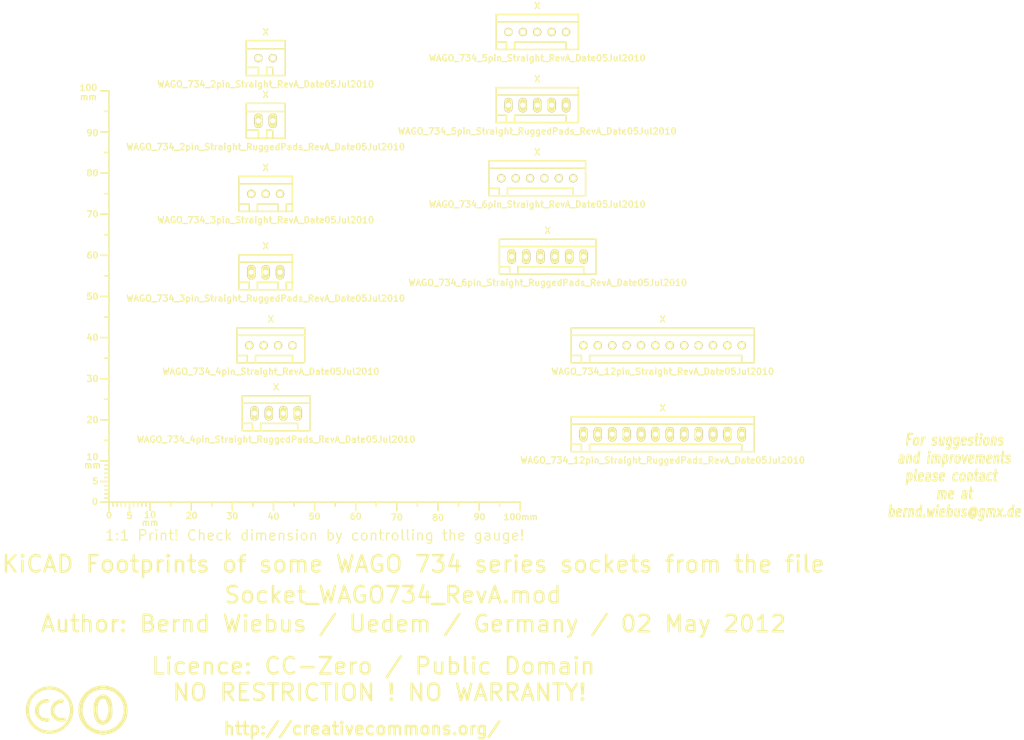
<source format=kicad_pcb>
(kicad_pcb (version 3) (host pcbnew "(2013-03-30 BZR 4007)-stable")

  (general
    (links 0)
    (no_connects 0)
    (area -7.90696 -31.671484 224.349733 198.1694)
    (thickness 1.6002)
    (drawings 7)
    (tracks 0)
    (zones 0)
    (modules 15)
    (nets 1)
  )

  (page A4)
  (layers
    (15 Vorderseite signal)
    (0 Rückseite signal)
    (16 B.Adhes user)
    (17 F.Adhes user)
    (18 B.Paste user)
    (19 F.Paste user)
    (20 B.SilkS user)
    (21 F.SilkS user)
    (22 B.Mask user)
    (23 F.Mask user)
    (24 Dwgs.User user)
    (25 Cmts.User user)
    (26 Eco1.User user)
    (27 Eco2.User user)
    (28 Edge.Cuts user)
  )

  (setup
    (last_trace_width 0.2032)
    (trace_clearance 0.254)
    (zone_clearance 0.508)
    (zone_45_only no)
    (trace_min 0.2032)
    (segment_width 0.381)
    (edge_width 0.381)
    (via_size 0.889)
    (via_drill 0.635)
    (via_min_size 0.889)
    (via_min_drill 0.508)
    (uvia_size 0.508)
    (uvia_drill 0.127)
    (uvias_allowed no)
    (uvia_min_size 0.508)
    (uvia_min_drill 0.127)
    (pcb_text_width 0.3048)
    (pcb_text_size 1.524 2.032)
    (mod_edge_width 0.381)
    (mod_text_size 1.524 1.524)
    (mod_text_width 0.3048)
    (pad_size 1.524 1.524)
    (pad_drill 0.8128)
    (pad_to_mask_clearance 0.254)
    (aux_axis_origin 0 0)
    (visible_elements 7FFFFFFF)
    (pcbplotparams
      (layerselection 3178497)
      (usegerberextensions true)
      (excludeedgelayer true)
      (linewidth 60)
      (plotframeref false)
      (viasonmask false)
      (mode 1)
      (useauxorigin false)
      (hpglpennumber 1)
      (hpglpenspeed 20)
      (hpglpendiameter 15)
      (hpglpenoverlay 0)
      (psnegative false)
      (psa4output false)
      (plotreference true)
      (plotvalue true)
      (plotothertext true)
      (plotinvisibletext false)
      (padsonsilk false)
      (subtractmaskfromsilk false)
      (outputformat 1)
      (mirror false)
      (drillshape 1)
      (scaleselection 1)
      (outputdirectory ""))
  )

  (net 0 "")

  (net_class Default "Dies ist die voreingestellte Netzklasse."
    (clearance 0.254)
    (trace_width 0.2032)
    (via_dia 0.889)
    (via_drill 0.635)
    (uvia_dia 0.508)
    (uvia_drill 0.127)
    (add_net "")
  )

  (module Gauge_100mm_Type2_SilkScreenTop_RevA_Date22Jun2010 (layer Vorderseite) (tedit 4D963937) (tstamp 4D88F07A)
    (at 44.45 138.43)
    (descr "Gauge, Massstab, 100mm, SilkScreenTop, Type 2,")
    (tags "Gauge, Massstab, 100mm, SilkScreenTop, Type 2,")
    (path Gauge_100mm_Type2_SilkScreenTop_RevA_Date22Jun2010)
    (fp_text reference MSC (at 4.0005 8.99922) (layer F.SilkS) hide
      (effects (font (size 1.524 1.524) (thickness 0.3048)))
    )
    (fp_text value Gauge_100mm_Type2_SilkScreenTop_RevA_Date22Jun2010 (at 45.9994 8.99922) (layer F.SilkS) hide
      (effects (font (size 1.524 1.524) (thickness 0.3048)))
    )
    (fp_text user mm (at 9.99998 5.00126) (layer F.SilkS)
      (effects (font (size 1.524 1.524) (thickness 0.3048)))
    )
    (fp_text user mm (at -4.0005 -8.99922) (layer F.SilkS)
      (effects (font (size 1.524 1.524) (thickness 0.3048)))
    )
    (fp_text user mm (at -5.00126 -98.5012) (layer F.SilkS)
      (effects (font (size 1.524 1.524) (thickness 0.3048)))
    )
    (fp_text user 10 (at 10.00506 3.0988) (layer F.SilkS)
      (effects (font (size 1.50114 1.50114) (thickness 0.29972)))
    )
    (fp_text user 0 (at 0.00508 3.19786) (layer F.SilkS)
      (effects (font (size 1.39954 1.50114) (thickness 0.29972)))
    )
    (fp_text user 5 (at 5.0038 3.29946) (layer F.SilkS)
      (effects (font (size 1.50114 1.50114) (thickness 0.29972)))
    )
    (fp_text user 20 (at 20.1041 3.29946) (layer F.SilkS)
      (effects (font (size 1.50114 1.50114) (thickness 0.29972)))
    )
    (fp_text user 30 (at 30.00502 3.39852) (layer F.SilkS)
      (effects (font (size 1.50114 1.50114) (thickness 0.29972)))
    )
    (fp_text user 40 (at 40.005 3.50012) (layer F.SilkS)
      (effects (font (size 1.50114 1.50114) (thickness 0.29972)))
    )
    (fp_text user 50 (at 50.00498 3.50012) (layer F.SilkS)
      (effects (font (size 1.50114 1.50114) (thickness 0.29972)))
    )
    (fp_text user 60 (at 60.00496 3.50012) (layer F.SilkS)
      (effects (font (size 1.50114 1.50114) (thickness 0.29972)))
    )
    (fp_text user 70 (at 70.00494 3.70078) (layer F.SilkS)
      (effects (font (size 1.50114 1.50114) (thickness 0.29972)))
    )
    (fp_text user 80 (at 80.00492 3.79984) (layer F.SilkS)
      (effects (font (size 1.50114 1.50114) (thickness 0.29972)))
    )
    (fp_text user 90 (at 90.1065 3.60172) (layer F.SilkS)
      (effects (font (size 1.50114 1.50114) (thickness 0.29972)))
    )
    (fp_text user 100mm (at 100.10648 3.60172) (layer F.SilkS)
      (effects (font (size 1.50114 1.50114) (thickness 0.29972)))
    )
    (fp_line (start 0 -8.99922) (end -1.00076 -8.99922) (layer F.SilkS) (width 0.381))
    (fp_line (start 0 -8.001) (end -1.00076 -8.001) (layer F.SilkS) (width 0.381))
    (fp_line (start 0 -7.00024) (end -1.00076 -7.00024) (layer F.SilkS) (width 0.381))
    (fp_line (start 0 -5.99948) (end -1.00076 -5.99948) (layer F.SilkS) (width 0.381))
    (fp_line (start 0 -4.0005) (end -1.00076 -4.0005) (layer F.SilkS) (width 0.381))
    (fp_line (start 0 -2.99974) (end -1.00076 -2.99974) (layer F.SilkS) (width 0.381))
    (fp_line (start 0 -1.99898) (end -1.00076 -1.99898) (layer F.SilkS) (width 0.381))
    (fp_line (start 0 -1.00076) (end -1.00076 -1.00076) (layer F.SilkS) (width 0.381))
    (fp_line (start 0 0) (end -1.99898 0) (layer F.SilkS) (width 0.381))
    (fp_line (start 0 -5.00126) (end -1.99898 -5.00126) (layer F.SilkS) (width 0.381))
    (fp_line (start 0 -9.99998) (end -1.99898 -9.99998) (layer F.SilkS) (width 0.381))
    (fp_line (start 0 -15.00124) (end -1.00076 -15.00124) (layer F.SilkS) (width 0.381))
    (fp_line (start 0 -19.99996) (end -1.99898 -19.99996) (layer F.SilkS) (width 0.381))
    (fp_line (start 0 -25.00122) (end -1.00076 -25.00122) (layer F.SilkS) (width 0.381))
    (fp_line (start 0 -29.99994) (end -1.99898 -29.99994) (layer F.SilkS) (width 0.381))
    (fp_line (start 0 -35.0012) (end -1.00076 -35.0012) (layer F.SilkS) (width 0.381))
    (fp_line (start 0 -39.99992) (end -1.99898 -39.99992) (layer F.SilkS) (width 0.381))
    (fp_line (start 0 -45.00118) (end -1.00076 -45.00118) (layer F.SilkS) (width 0.381))
    (fp_line (start 0 -49.9999) (end -1.99898 -49.9999) (layer F.SilkS) (width 0.381))
    (fp_line (start 0 -55.00116) (end -1.00076 -55.00116) (layer F.SilkS) (width 0.381))
    (fp_line (start 0 -59.99988) (end -1.99898 -59.99988) (layer F.SilkS) (width 0.381))
    (fp_line (start 0 -65.00114) (end -1.00076 -65.00114) (layer F.SilkS) (width 0.381))
    (fp_line (start 0 -69.99986) (end -1.99898 -69.99986) (layer F.SilkS) (width 0.381))
    (fp_line (start 0 -75.00112) (end -1.00076 -75.00112) (layer F.SilkS) (width 0.381))
    (fp_line (start 0 -79.99984) (end -1.99898 -79.99984) (layer F.SilkS) (width 0.381))
    (fp_line (start 0 -85.0011) (end -1.00076 -85.0011) (layer F.SilkS) (width 0.381))
    (fp_line (start 0 -89.99982) (end -1.99898 -89.99982) (layer F.SilkS) (width 0.381))
    (fp_line (start 0 -95.00108) (end -1.00076 -95.00108) (layer F.SilkS) (width 0.381))
    (fp_line (start 0 0) (end 0 -99.9998) (layer F.SilkS) (width 0.381))
    (fp_line (start 0 -99.9998) (end -1.99898 -99.9998) (layer F.SilkS) (width 0.381))
    (fp_text user 100 (at -4.99872 -100.7491) (layer F.SilkS)
      (effects (font (size 1.50114 1.50114) (thickness 0.29972)))
    )
    (fp_text user 90 (at -4.0005 -89.7509) (layer F.SilkS)
      (effects (font (size 1.50114 1.50114) (thickness 0.29972)))
    )
    (fp_text user 80 (at -4.0005 -79.99984) (layer F.SilkS)
      (effects (font (size 1.50114 1.50114) (thickness 0.29972)))
    )
    (fp_text user 70 (at -4.0005 -69.99986) (layer F.SilkS)
      (effects (font (size 1.50114 1.50114) (thickness 0.29972)))
    )
    (fp_text user 60 (at -4.0005 -59.99988) (layer F.SilkS)
      (effects (font (size 1.50114 1.50114) (thickness 0.29972)))
    )
    (fp_text user 50 (at -4.0005 -49.9999) (layer F.SilkS)
      (effects (font (size 1.50114 1.50114) (thickness 0.34036)))
    )
    (fp_text user 40 (at -4.0005 -39.99992) (layer F.SilkS)
      (effects (font (size 1.50114 1.50114) (thickness 0.29972)))
    )
    (fp_text user 30 (at -4.0005 -29.99994) (layer F.SilkS)
      (effects (font (size 1.50114 1.50114) (thickness 0.29972)))
    )
    (fp_text user 20 (at -4.0005 -19.99996) (layer F.SilkS)
      (effects (font (size 1.50114 1.50114) (thickness 0.29972)))
    )
    (fp_line (start 95.00108 0) (end 95.00108 1.00076) (layer F.SilkS) (width 0.381))
    (fp_line (start 89.99982 0) (end 89.99982 1.99898) (layer F.SilkS) (width 0.381))
    (fp_line (start 85.0011 0) (end 85.0011 1.00076) (layer F.SilkS) (width 0.381))
    (fp_line (start 79.99984 0) (end 79.99984 1.99898) (layer F.SilkS) (width 0.381))
    (fp_line (start 75.00112 0) (end 75.00112 1.00076) (layer F.SilkS) (width 0.381))
    (fp_line (start 69.99986 0) (end 69.99986 1.99898) (layer F.SilkS) (width 0.381))
    (fp_line (start 65.00114 0) (end 65.00114 1.00076) (layer F.SilkS) (width 0.381))
    (fp_line (start 59.99988 0) (end 59.99988 1.99898) (layer F.SilkS) (width 0.381))
    (fp_line (start 55.00116 0) (end 55.00116 1.00076) (layer F.SilkS) (width 0.381))
    (fp_line (start 49.9999 0) (end 49.9999 1.99898) (layer F.SilkS) (width 0.381))
    (fp_line (start 45.00118 0) (end 45.00118 1.00076) (layer F.SilkS) (width 0.381))
    (fp_line (start 39.99992 0) (end 39.99992 1.99898) (layer F.SilkS) (width 0.381))
    (fp_line (start 35.0012 0) (end 35.0012 1.00076) (layer F.SilkS) (width 0.381))
    (fp_line (start 29.99994 0) (end 29.99994 1.99898) (layer F.SilkS) (width 0.381))
    (fp_line (start 25.00122 0) (end 25.00122 1.00076) (layer F.SilkS) (width 0.381))
    (fp_line (start 19.99996 0) (end 19.99996 1.99898) (layer F.SilkS) (width 0.381))
    (fp_line (start 15.00124 0) (end 15.00124 1.00076) (layer F.SilkS) (width 0.381))
    (fp_line (start 9.99998 0) (end 99.9998 0) (layer F.SilkS) (width 0.381))
    (fp_line (start 99.9998 0) (end 99.9998 1.99898) (layer F.SilkS) (width 0.381))
    (fp_text user 5 (at -3.302 -5.10286) (layer F.SilkS)
      (effects (font (size 1.50114 1.50114) (thickness 0.29972)))
    )
    (fp_text user 0 (at -3.4036 -0.10414) (layer F.SilkS)
      (effects (font (size 1.50114 1.50114) (thickness 0.29972)))
    )
    (fp_text user 10 (at -4.0005 -11.00074) (layer F.SilkS)
      (effects (font (size 1.50114 1.50114) (thickness 0.29972)))
    )
    (fp_line (start 8.99922 0) (end 8.99922 1.00076) (layer F.SilkS) (width 0.381))
    (fp_line (start 8.001 0) (end 8.001 1.00076) (layer F.SilkS) (width 0.381))
    (fp_line (start 7.00024 0) (end 7.00024 1.00076) (layer F.SilkS) (width 0.381))
    (fp_line (start 5.99948 0) (end 5.99948 1.00076) (layer F.SilkS) (width 0.381))
    (fp_line (start 4.0005 0) (end 4.0005 1.00076) (layer F.SilkS) (width 0.381))
    (fp_line (start 2.99974 0) (end 2.99974 1.00076) (layer F.SilkS) (width 0.381))
    (fp_line (start 1.99898 0) (end 1.99898 1.00076) (layer F.SilkS) (width 0.381))
    (fp_line (start 1.00076 0) (end 1.00076 1.00076) (layer F.SilkS) (width 0.381))
    (fp_line (start 5.00126 0) (end 5.00126 1.99898) (layer F.SilkS) (width 0.381))
    (fp_line (start 0 0) (end 0 1.99898) (layer F.SilkS) (width 0.381))
    (fp_line (start 0 0) (end 9.99998 0) (layer F.SilkS) (width 0.381))
    (fp_line (start 9.99998 0) (end 9.99998 1.99898) (layer F.SilkS) (width 0.381))
  )

  (module WAGO_734_2pin_Straight_RevA_Date05Jul2010 (layer Vorderseite) (tedit 4C31E621) (tstamp 4FA175C4)
    (at 82.55 30.48)
    (descr "WAGO, Serie 734, Socket, Stiftleiste, 2 polig, 2 pin, straight, gerade, Date 05Jul2010,")
    (tags "WAGO, Serie 734, Socket, Stiftleiste, 2 polig, 2 pin, straight, gerade, Date 05Jul2010,")
    (path WAGO_734_2pin_Straight_RevA_Date05Jul2010)
    (fp_text reference X (at 0 -6.35) (layer F.SilkS)
      (effects (font (size 1.524 1.524) (thickness 0.3048)))
    )
    (fp_text value WAGO_734_2pin_Straight_RevA_Date05Jul2010 (at 0 6.35) (layer F.SilkS)
      (effects (font (size 1.524 1.524) (thickness 0.3048)))
    )
    (fp_line (start -4.7498 -2.25044) (end 4.7498 -2.25044) (layer F.SilkS) (width 0.381))
    (fp_line (start 0.24892 4.24942) (end 0.24892 2.25044) (layer F.SilkS) (width 0.381))
    (fp_line (start 0.24892 2.25044) (end 1.75006 2.25044) (layer F.SilkS) (width 0.381))
    (fp_line (start 1.75006 2.25044) (end 1.75006 4.24942) (layer F.SilkS) (width 0.381))
    (fp_line (start -4.7498 2.25044) (end -1.75006 2.25044) (layer F.SilkS) (width 0.381))
    (fp_line (start -1.75006 2.25044) (end -1.75006 4.20116) (layer F.SilkS) (width 0.381))
    (fp_line (start 4.7498 4.24942) (end 4.7498 -4.24942) (layer F.SilkS) (width 0.381))
    (fp_line (start 4.7498 -4.24942) (end -4.7498 -4.24942) (layer F.SilkS) (width 0.381))
    (fp_line (start -4.7498 -4.24942) (end -4.7498 4.24942) (layer F.SilkS) (width 0.381))
    (fp_line (start -4.7498 4.24942) (end 4.7498 4.24942) (layer F.SilkS) (width 0.381))
    (pad 2 thru_hole circle (at 1.75006 0) (size 1.99898 1.99898) (drill 1.19888)
      (layers *.Cu *.Mask F.SilkS)
    )
    (pad 1 thru_hole circle (at -1.75006 0) (size 1.99898 1.99898) (drill 1.19888)
      (layers *.Cu *.Mask F.SilkS)
    )
  )

  (module WAGO_734_2pin_Straight_RuggedPads_RevA_Date05Jul2010 (layer Vorderseite) (tedit 4C31E668) (tstamp 4FA175CB)
    (at 82.55 45.72)
    (descr "WAGO, Serie 734, Socket, Stiftleiste, 2 polig, 2 pin, rugged Pads, straight, gerade, Date 05Jul2010,")
    (tags "WAGO, Serie 734, Socket, Stiftleiste, 2 polig, 2 pin, rugged Pads, straight, gerade, Date 05Jul2010,")
    (path WAGO_734_2pin_Straight_RuggedPads_RevA_Date05Jul2010)
    (fp_text reference X (at 0 -6.35) (layer F.SilkS)
      (effects (font (size 1.524 1.524) (thickness 0.3048)))
    )
    (fp_text value WAGO_734_2pin_Straight_RuggedPads_RevA_Date05Jul2010 (at 0 6.35) (layer F.SilkS)
      (effects (font (size 1.524 1.524) (thickness 0.3048)))
    )
    (fp_line (start -4.7498 -2.25044) (end 4.7498 -2.25044) (layer F.SilkS) (width 0.381))
    (fp_line (start 0.24892 4.24942) (end 0.24892 2.25044) (layer F.SilkS) (width 0.381))
    (fp_line (start 0.24892 2.25044) (end 1.75006 2.25044) (layer F.SilkS) (width 0.381))
    (fp_line (start 1.75006 2.25044) (end 1.75006 4.24942) (layer F.SilkS) (width 0.381))
    (fp_line (start -4.7498 2.25044) (end -1.75006 2.25044) (layer F.SilkS) (width 0.381))
    (fp_line (start -1.75006 2.25044) (end -1.75006 4.20116) (layer F.SilkS) (width 0.381))
    (fp_line (start 4.7498 4.24942) (end 4.7498 -4.24942) (layer F.SilkS) (width 0.381))
    (fp_line (start 4.7498 -4.24942) (end -4.7498 -4.24942) (layer F.SilkS) (width 0.381))
    (fp_line (start -4.7498 -4.24942) (end -4.7498 4.24942) (layer F.SilkS) (width 0.381))
    (fp_line (start -4.7498 4.24942) (end 4.7498 4.24942) (layer F.SilkS) (width 0.381))
    (pad 2 thru_hole oval (at 1.75006 0) (size 1.99898 3.50012) (drill 1.19888)
      (layers *.Cu *.Mask F.SilkS)
    )
    (pad 1 thru_hole oval (at -1.75006 0) (size 1.99898 3.50012) (drill 1.19888)
      (layers *.Cu *.Mask F.SilkS)
    )
  )

  (module WAGO_734_3pin_Straight_RevA_Date05Jul2010 (layer Vorderseite) (tedit 4C31ED2A) (tstamp 4FA175D4)
    (at 82.55 63.5)
    (descr "WAGO, Serie 734, Socket, Stiftleiste, 3 polig, 3 pin, straight, gerade, Date 05Jul2010,")
    (tags "WAGO, Serie 734, Socket, Stiftleiste, 3 polig, 3 pin, straight, gerade, Date 05Jul2010,")
    (path WAGO_734_3pin_Straight_RevA_Date05Jul2010)
    (fp_text reference X (at 0 -6.35) (layer F.SilkS)
      (effects (font (size 1.524 1.524) (thickness 0.3048)))
    )
    (fp_text value WAGO_734_3pin_Straight_RevA_Date05Jul2010 (at 0 6.35) (layer F.SilkS)
      (effects (font (size 1.524 1.524) (thickness 0.3048)))
    )
    (fp_line (start -6.49986 -2.4511) (end 6.49986 -2.4511) (layer F.SilkS) (width 0.381))
    (fp_line (start 5.00126 4.24942) (end 5.00126 2.4511) (layer F.SilkS) (width 0.381))
    (fp_line (start 5.00126 2.4511) (end 6.49986 2.4511) (layer F.SilkS) (width 0.381))
    (fp_line (start -1.99898 4.24942) (end -1.99898 2.4511) (layer F.SilkS) (width 0.381))
    (fp_line (start -1.99898 2.4511) (end 2.99974 2.4511) (layer F.SilkS) (width 0.381))
    (fp_line (start 2.99974 2.4511) (end 2.99974 4.24942) (layer F.SilkS) (width 0.381))
    (fp_line (start -6.49986 2.4511) (end -4.0005 2.4511) (layer F.SilkS) (width 0.381))
    (fp_line (start -4.0005 2.4511) (end -4.0005 4.24942) (layer F.SilkS) (width 0.381))
    (fp_line (start 0 4.24942) (end -6.49986 4.24942) (layer F.SilkS) (width 0.381))
    (fp_line (start -6.49986 4.24942) (end -6.49986 -4.24942) (layer F.SilkS) (width 0.381))
    (fp_line (start -6.49986 -4.24942) (end 6.49986 -4.24942) (layer F.SilkS) (width 0.381))
    (fp_line (start 6.49986 -4.24942) (end 6.49986 4.24942) (layer F.SilkS) (width 0.381))
    (fp_line (start 6.49986 4.24942) (end 0 4.24942) (layer F.SilkS) (width 0.381))
    (pad 2 thru_hole circle (at 0 0) (size 1.99898 1.99898) (drill 1.19888)
      (layers *.Cu *.Mask F.SilkS)
    )
    (pad 1 thru_hole circle (at -3.50012 0) (size 1.99898 1.99898) (drill 1.19888)
      (layers *.Cu *.Mask F.SilkS)
    )
    (pad 3 thru_hole circle (at 3.50012 0) (size 1.99898 1.99898) (drill 1.19888)
      (layers *.Cu *.Mask F.SilkS)
    )
  )

  (module WAGO_734_3pin_Straight_RuggedPads_RevA_Date05Jul2010 (layer Vorderseite) (tedit 4C31ECF8) (tstamp 4FA175DB)
    (at 82.55 82.55)
    (descr "WAGO, Serie 734, Socket, Stiftleiste, 3 polig, 3 pin, rugged Pads, straight, gerade, Date 05Jul2010,")
    (tags "WAGO, Serie 734, Socket, Stiftleiste, 3 polig, 3 pin, rugged Pads, straight, gerade, Date 05Jul2010,")
    (path WAGO_734_3pin_Straight_RuggedPads_RevA_Date05Jul2010)
    (fp_text reference X (at 0 -6.35) (layer F.SilkS)
      (effects (font (size 1.524 1.524) (thickness 0.3048)))
    )
    (fp_text value WAGO_734_3pin_Straight_RuggedPads_RevA_Date05Jul2010 (at 0 6.35) (layer F.SilkS)
      (effects (font (size 1.524 1.524) (thickness 0.3048)))
    )
    (fp_line (start -6.49986 -2.4511) (end 6.49986 -2.4511) (layer F.SilkS) (width 0.381))
    (fp_line (start 5.00126 4.24942) (end 5.00126 2.4511) (layer F.SilkS) (width 0.381))
    (fp_line (start 5.00126 2.4511) (end 6.49986 2.4511) (layer F.SilkS) (width 0.381))
    (fp_line (start -1.99898 4.24942) (end -1.99898 2.4511) (layer F.SilkS) (width 0.381))
    (fp_line (start -1.99898 2.4511) (end 2.99974 2.4511) (layer F.SilkS) (width 0.381))
    (fp_line (start 2.99974 2.4511) (end 2.99974 4.24942) (layer F.SilkS) (width 0.381))
    (fp_line (start -6.49986 2.4511) (end -4.0005 2.4511) (layer F.SilkS) (width 0.381))
    (fp_line (start -4.0005 2.4511) (end -4.0005 4.24942) (layer F.SilkS) (width 0.381))
    (fp_line (start 0 4.24942) (end -6.49986 4.24942) (layer F.SilkS) (width 0.381))
    (fp_line (start -6.49986 4.24942) (end -6.49986 -4.24942) (layer F.SilkS) (width 0.381))
    (fp_line (start -6.49986 -4.24942) (end 6.49986 -4.24942) (layer F.SilkS) (width 0.381))
    (fp_line (start 6.49986 -4.24942) (end 6.49986 4.24942) (layer F.SilkS) (width 0.381))
    (fp_line (start 6.49986 4.24942) (end 0 4.24942) (layer F.SilkS) (width 0.381))
    (pad 2 thru_hole oval (at 0 0) (size 1.99898 3.50012) (drill 1.19888)
      (layers *.Cu *.Mask F.SilkS)
    )
    (pad 1 thru_hole oval (at -3.50012 0) (size 1.99898 3.50012) (drill 1.19888)
      (layers *.Cu *.Mask F.SilkS)
    )
    (pad 3 thru_hole oval (at 3.50012 0) (size 1.99898 3.50012) (drill 1.19888)
      (layers *.Cu *.Mask F.SilkS)
    )
  )

  (module WAGO_734_4pin_Straight_RevA_Date05Jul2010 (layer Vorderseite) (tedit 4C31ECDB) (tstamp 4FA175E3)
    (at 83.82 100.33)
    (descr "WAGO, Serie 734, Socket, Stiftleiste, 4 polig, 4 pin, straight, gerade, Date 05Jul2010,")
    (tags "WAGO, Serie 734, Socket, Stiftleiste, 4 polig, 4 pin, straight, gerade, Date 05Jul2010,")
    (path WAGO_734_4pin_Straight_RevA_Date05Jul2010)
    (fp_text reference X (at 0 -6.35) (layer F.SilkS)
      (effects (font (size 1.524 1.524) (thickness 0.3048)))
    )
    (fp_text value WAGO_734_4pin_Straight_RevA_Date05Jul2010 (at 0 6.35) (layer F.SilkS)
      (effects (font (size 1.524 1.524) (thickness 0.3048)))
    )
    (fp_line (start -8.24992 -2.4511) (end 8.24992 -2.4511) (layer F.SilkS) (width 0.381))
    (fp_line (start 5.25018 4.24942) (end 5.25018 2.4511) (layer F.SilkS) (width 0.381))
    (fp_line (start 5.25018 2.4511) (end -3.74904 2.4511) (layer F.SilkS) (width 0.381))
    (fp_line (start -3.74904 4.24942) (end -3.74904 2.4511) (layer F.SilkS) (width 0.381))
    (fp_line (start -8.24992 2.4511) (end -5.75056 2.4511) (layer F.SilkS) (width 0.381))
    (fp_line (start -5.75056 2.4511) (end -5.75056 4.20116) (layer F.SilkS) (width 0.381))
    (fp_line (start 0 4.24942) (end -8.24992 4.24942) (layer F.SilkS) (width 0.381))
    (fp_line (start -8.24992 4.24942) (end -8.24992 -4.24942) (layer F.SilkS) (width 0.381))
    (fp_line (start -8.24992 -4.24942) (end 8.24992 -4.24942) (layer F.SilkS) (width 0.381))
    (fp_line (start 8.24992 -4.24942) (end 8.24992 4.24942) (layer F.SilkS) (width 0.381))
    (fp_line (start 8.24992 4.24942) (end 0 4.24942) (layer F.SilkS) (width 0.381))
    (pad 2 thru_hole circle (at -1.75006 0) (size 1.99898 1.99898) (drill 1.19888)
      (layers *.Cu *.Mask F.SilkS)
    )
    (pad 1 thru_hole circle (at -5.25018 0) (size 1.99898 1.99898) (drill 1.19888)
      (layers *.Cu *.Mask F.SilkS)
    )
    (pad 3 thru_hole circle (at 1.75006 0) (size 1.99898 1.99898) (drill 1.19888)
      (layers *.Cu *.Mask F.SilkS)
    )
    (pad 4 thru_hole circle (at 5.25018 0) (size 1.99898 1.99898) (drill 1.19888)
      (layers *.Cu *.Mask F.SilkS)
    )
  )

  (module WAGO_734_4pin_Straight_RuggedPads_RevA_Date05Jul2010 (layer Vorderseite) (tedit 4C31EC91) (tstamp 4FA175EB)
    (at 85.09 116.84)
    (descr "WAGO, Serie 734, Socket, Stiftleiste, 4 polig, 4 pin, rugged Pads, straight, gerade, Date 05Jul2010,")
    (tags "WAGO, Serie 734, Socket, Stiftleiste, 4 polig, 4 pin, rugged Pads, straight, gerade, Date 05Jul2010,")
    (path WAGO_734_4pin_Straight_RuggedPads_RevA_Date05Jul2010)
    (fp_text reference X (at 0 -6.35) (layer F.SilkS)
      (effects (font (size 1.524 1.524) (thickness 0.3048)))
    )
    (fp_text value WAGO_734_4pin_Straight_RuggedPads_RevA_Date05Jul2010 (at 0 6.35) (layer F.SilkS)
      (effects (font (size 1.524 1.524) (thickness 0.3048)))
    )
    (fp_line (start -8.24992 -2.4511) (end 8.24992 -2.4511) (layer F.SilkS) (width 0.381))
    (fp_line (start 5.25018 4.24942) (end 5.25018 2.4511) (layer F.SilkS) (width 0.381))
    (fp_line (start 5.25018 2.4511) (end -3.74904 2.4511) (layer F.SilkS) (width 0.381))
    (fp_line (start -3.74904 4.24942) (end -3.74904 2.4511) (layer F.SilkS) (width 0.381))
    (fp_line (start -8.24992 2.4511) (end -5.75056 2.4511) (layer F.SilkS) (width 0.381))
    (fp_line (start -5.75056 2.4511) (end -5.75056 4.20116) (layer F.SilkS) (width 0.381))
    (fp_line (start 0 4.24942) (end -8.24992 4.24942) (layer F.SilkS) (width 0.381))
    (fp_line (start -8.24992 4.24942) (end -8.24992 -4.24942) (layer F.SilkS) (width 0.381))
    (fp_line (start -8.24992 -4.24942) (end 8.24992 -4.24942) (layer F.SilkS) (width 0.381))
    (fp_line (start 8.24992 -4.24942) (end 8.24992 4.24942) (layer F.SilkS) (width 0.381))
    (fp_line (start 8.24992 4.24942) (end 0 4.24942) (layer F.SilkS) (width 0.381))
    (pad 2 thru_hole oval (at -1.75006 0) (size 1.99898 3.50012) (drill 1.19888)
      (layers *.Cu *.Mask F.SilkS)
    )
    (pad 1 thru_hole oval (at -5.25018 0) (size 1.99898 3.50012) (drill 1.19888)
      (layers *.Cu *.Mask F.SilkS)
    )
    (pad 3 thru_hole oval (at 1.75006 0) (size 1.99898 3.50012) (drill 1.19888)
      (layers *.Cu *.Mask F.SilkS)
    )
    (pad 4 thru_hole oval (at 5.25018 0) (size 1.99898 3.50012) (drill 1.19888)
      (layers *.Cu *.Mask F.SilkS)
    )
  )

  (module WAGO_734_5pin_Straight_RuggedPads_RevA_Date05Jul2010 (layer Vorderseite) (tedit 4C31F248) (tstamp 4FA17601)
    (at 148.59 41.91)
    (descr "WAGO, Serie 734, Socket, Stiftleiste, 5 polig, 5 pin, rugged Pads, straight, gerade, Date 05Jul2010,")
    (tags "WAGO, Serie 734, Socket, Stiftleiste, 5 polig, 5 pin, rugged Pads, straight, gerade, Date 05Jul2010,")
    (path WAGO_734_5pin_Straight_RuggedPads_RevA_Date05Jul2010)
    (fp_text reference X (at 0 -6.35) (layer F.SilkS)
      (effects (font (size 1.524 1.524) (thickness 0.3048)))
    )
    (fp_text value WAGO_734_5pin_Straight_RuggedPads_RevA_Date05Jul2010 (at 0 6.35) (layer F.SilkS)
      (effects (font (size 1.524 1.524) (thickness 0.3048)))
    )
    (fp_line (start -9.99998 -2.4511) (end 9.99998 -2.4511) (layer F.SilkS) (width 0.381))
    (fp_line (start 7.00024 4.24942) (end 7.00024 2.4511) (layer F.SilkS) (width 0.381))
    (fp_line (start 7.00024 2.4511) (end -5.4991 2.4511) (layer F.SilkS) (width 0.381))
    (fp_line (start -5.4991 4.24942) (end -5.4991 2.4511) (layer F.SilkS) (width 0.381))
    (fp_line (start -9.99998 2.4511) (end -7.50062 2.4511) (layer F.SilkS) (width 0.381))
    (fp_line (start -7.50062 2.4511) (end -7.50062 4.24942) (layer F.SilkS) (width 0.381))
    (fp_line (start 0 4.24942) (end 9.99998 4.24942) (layer F.SilkS) (width 0.381))
    (fp_line (start 9.99998 4.24942) (end 9.99998 -4.24942) (layer F.SilkS) (width 0.381))
    (fp_line (start 9.99998 -4.24942) (end -9.99998 -4.24942) (layer F.SilkS) (width 0.381))
    (fp_line (start -9.99998 -4.24942) (end -9.99998 4.24942) (layer F.SilkS) (width 0.381))
    (fp_line (start -9.99998 4.24942) (end 0 4.24942) (layer F.SilkS) (width 0.381))
    (fp_line (start 5.00126 2.4511) (end 6.49986 2.4511) (layer Cmts.User) (width 0.381))
    (fp_line (start -1.99898 2.4511) (end 2.99974 2.4511) (layer Cmts.User) (width 0.381))
    (pad 3 thru_hole oval (at 0 0) (size 1.99898 3.50012) (drill 1.19888)
      (layers *.Cu *.Mask F.SilkS)
    )
    (pad 2 thru_hole oval (at -3.50012 0) (size 1.99898 3.50012) (drill 1.19888)
      (layers *.Cu *.Mask F.SilkS)
    )
    (pad 4 thru_hole oval (at 3.50012 0) (size 1.99898 3.50012) (drill 1.19888)
      (layers *.Cu *.Mask F.SilkS)
    )
    (pad 1 thru_hole oval (at -7.00024 0) (size 1.99898 3.50012) (drill 1.19888)
      (layers *.Cu *.Mask F.SilkS)
    )
    (pad 5 thru_hole oval (at 7.00024 0) (size 1.99898 3.50012) (drill 1.19888)
      (layers *.Cu *.Mask F.SilkS)
    )
  )

  (module WAGO_734_5pin_Straight_RevA_Date05Jul2010 (layer Vorderseite) (tedit 4C31F28A) (tstamp 4FA17631)
    (at 148.59 24.13)
    (descr "WAGO, Serie 734, Socket, Stiftleiste, 5 polig, 5 pin, straight, gerade, Date 05Jul2010,")
    (tags "WAGO, Serie 734, Socket, Stiftleiste, 5 polig, 5 pin, straight, gerade, Date 05Jul2010,")
    (path WAGO_734_5pin_Straight_RevA_Date05Jul2010)
    (fp_text reference X (at 0 -6.35) (layer F.SilkS)
      (effects (font (size 1.524 1.524) (thickness 0.3048)))
    )
    (fp_text value WAGO_734_5pin_Straight_RevA_Date05Jul2010 (at 0 6.35) (layer F.SilkS)
      (effects (font (size 1.524 1.524) (thickness 0.3048)))
    )
    (fp_line (start -9.99998 -2.4511) (end 9.99998 -2.4511) (layer F.SilkS) (width 0.381))
    (fp_line (start 7.00024 4.24942) (end 7.00024 2.4511) (layer F.SilkS) (width 0.381))
    (fp_line (start 7.00024 2.4511) (end -5.4991 2.4511) (layer F.SilkS) (width 0.381))
    (fp_line (start -5.4991 4.24942) (end -5.4991 2.4511) (layer F.SilkS) (width 0.381))
    (fp_line (start -9.99998 2.4511) (end -7.50062 2.4511) (layer F.SilkS) (width 0.381))
    (fp_line (start -7.50062 2.4511) (end -7.50062 4.24942) (layer F.SilkS) (width 0.381))
    (fp_line (start 0 4.24942) (end 9.99998 4.24942) (layer F.SilkS) (width 0.381))
    (fp_line (start 9.99998 4.24942) (end 9.99998 -4.24942) (layer F.SilkS) (width 0.381))
    (fp_line (start 9.99998 -4.24942) (end -9.99998 -4.24942) (layer F.SilkS) (width 0.381))
    (fp_line (start -9.99998 -4.24942) (end -9.99998 4.24942) (layer F.SilkS) (width 0.381))
    (fp_line (start -9.99998 4.24942) (end 0 4.24942) (layer F.SilkS) (width 0.381))
    (fp_line (start 5.00126 2.4511) (end 6.49986 2.4511) (layer Cmts.User) (width 0.381))
    (fp_line (start -1.99898 2.4511) (end 2.99974 2.4511) (layer Cmts.User) (width 0.381))
    (pad 3 thru_hole circle (at 0 0) (size 1.99898 1.99898) (drill 1.19888)
      (layers *.Cu *.Mask F.SilkS)
    )
    (pad 2 thru_hole circle (at -3.50012 0) (size 1.99898 1.99898) (drill 1.19888)
      (layers *.Cu *.Mask F.SilkS)
    )
    (pad 4 thru_hole circle (at 3.50012 0) (size 1.99898 1.99898) (drill 1.19888)
      (layers *.Cu *.Mask F.SilkS)
    )
    (pad 1 thru_hole circle (at -7.00024 0) (size 1.99898 1.99898) (drill 1.19888)
      (layers *.Cu *.Mask F.SilkS)
    )
    (pad 5 thru_hole circle (at 7.00024 0) (size 1.99898 1.99898) (drill 1.19888)
      (layers *.Cu *.Mask F.SilkS)
    )
  )

  (module WAGO_734_6pin_Straight_RevA_Date05Jul2010 (layer Vorderseite) (tedit 4C31F036) (tstamp 4FA17647)
    (at 148.59 59.69)
    (descr "WAGO, Serie 734, Socket, Stiftleiste, 6 polig, 6 pin, straight, gerade, Date 05Jul2010,")
    (tags "WAGO, Serie 734, Socket, Stiftleiste, 6 polig, 6 pin, straight, gerade, Date 05Jul2010,")
    (path WAGO_734_6pin_Straight_RevA_Date05Jul2010)
    (fp_text reference X (at 0 -6.35) (layer F.SilkS)
      (effects (font (size 1.524 1.524) (thickness 0.3048)))
    )
    (fp_text value WAGO_734_6pin_Straight_RevA_Date05Jul2010 (at 0 6.35) (layer F.SilkS)
      (effects (font (size 1.524 1.524) (thickness 0.3048)))
    )
    (fp_line (start -11.75004 -2.4511) (end 11.75004 -2.4511) (layer F.SilkS) (width 0.381))
    (fp_line (start 8.7503 4.24942) (end 8.7503 2.4511) (layer F.SilkS) (width 0.381))
    (fp_line (start 8.7503 2.4511) (end -7.24916 2.4511) (layer F.SilkS) (width 0.381))
    (fp_line (start -7.24916 4.24942) (end -7.24916 2.4511) (layer F.SilkS) (width 0.381))
    (fp_line (start -11.75004 2.4511) (end -9.25068 2.4511) (layer F.SilkS) (width 0.381))
    (fp_line (start -9.25068 2.4511) (end -9.25068 4.20116) (layer F.SilkS) (width 0.381))
    (fp_line (start 0 4.24942) (end 11.75004 4.24942) (layer F.SilkS) (width 0.381))
    (fp_line (start 11.75004 4.24942) (end 11.75004 -4.24942) (layer F.SilkS) (width 0.381))
    (fp_line (start 11.75004 -4.24942) (end -11.75004 -4.24942) (layer F.SilkS) (width 0.381))
    (fp_line (start -11.75004 -4.24942) (end -11.75004 4.24942) (layer F.SilkS) (width 0.381))
    (fp_line (start -11.75004 4.24942) (end 0 4.24942) (layer F.SilkS) (width 0.381))
    (pad 3 thru_hole circle (at -1.75006 0) (size 1.99898 1.99898) (drill 1.19888)
      (layers *.Cu *.Mask F.SilkS)
    )
    (pad 2 thru_hole circle (at -5.25018 0) (size 1.99898 1.99898) (drill 1.19888)
      (layers *.Cu *.Mask F.SilkS)
    )
    (pad 4 thru_hole circle (at 1.75006 0) (size 1.99898 1.99898) (drill 1.19888)
      (layers *.Cu *.Mask F.SilkS)
    )
    (pad 5 thru_hole circle (at 5.25018 0) (size 1.99898 1.99898) (drill 1.19888)
      (layers *.Cu *.Mask F.SilkS)
    )
    (pad 1 thru_hole circle (at -8.7503 0) (size 1.99898 1.99898) (drill 1.19888)
      (layers *.Cu *.Mask F.SilkS)
    )
    (pad 6 thru_hole circle (at 8.7503 0) (size 1.99898 1.99898) (drill 1.19888)
      (layers *.Cu *.Mask F.SilkS)
    )
  )

  (module WAGO_734_6pin_Straight_RuggedPads_RevA_Date05Jul2010 (layer Vorderseite) (tedit 4C31EFC5) (tstamp 4FA17652)
    (at 151.13 78.74)
    (descr "WAGO, Serie 734, Socket, Stiftleiste, 6 polig, 6 pin, rugged Pads, straight, gerade, Date 05Jul2010,")
    (tags "WAGO, Serie 734, Socket, Stiftleiste, 6 polig, 6 pin, rugged Pads, straight, gerade, Date 05Jul2010,")
    (path WAGO_734_6pin_Straight_RuggedPads_RevA_Date05Jul2010)
    (fp_text reference X (at 0 -6.35) (layer F.SilkS)
      (effects (font (size 1.524 1.524) (thickness 0.3048)))
    )
    (fp_text value WAGO_734_6pin_Straight_RuggedPads_RevA_Date05Jul2010 (at 0 6.35) (layer F.SilkS)
      (effects (font (size 1.524 1.524) (thickness 0.3048)))
    )
    (fp_line (start -11.75004 -2.4511) (end 11.75004 -2.4511) (layer F.SilkS) (width 0.381))
    (fp_line (start 8.7503 4.24942) (end 8.7503 2.4511) (layer F.SilkS) (width 0.381))
    (fp_line (start 8.7503 2.4511) (end -7.24916 2.4511) (layer F.SilkS) (width 0.381))
    (fp_line (start -7.24916 4.24942) (end -7.24916 2.4511) (layer F.SilkS) (width 0.381))
    (fp_line (start -11.75004 2.4511) (end -9.25068 2.4511) (layer F.SilkS) (width 0.381))
    (fp_line (start -9.25068 2.4511) (end -9.25068 4.20116) (layer F.SilkS) (width 0.381))
    (fp_line (start 0 4.24942) (end 11.75004 4.24942) (layer F.SilkS) (width 0.381))
    (fp_line (start 11.75004 4.24942) (end 11.75004 -4.24942) (layer F.SilkS) (width 0.381))
    (fp_line (start 11.75004 -4.24942) (end -11.75004 -4.24942) (layer F.SilkS) (width 0.381))
    (fp_line (start -11.75004 -4.24942) (end -11.75004 4.24942) (layer F.SilkS) (width 0.381))
    (fp_line (start -11.75004 4.24942) (end 0 4.24942) (layer F.SilkS) (width 0.381))
    (pad 3 thru_hole oval (at -1.75006 0) (size 1.99898 3.50012) (drill 1.19888)
      (layers *.Cu *.Mask F.SilkS)
    )
    (pad 2 thru_hole oval (at -5.25018 0) (size 1.99898 3.50012) (drill 1.19888)
      (layers *.Cu *.Mask F.SilkS)
    )
    (pad 4 thru_hole oval (at 1.75006 0) (size 1.99898 3.50012) (drill 1.19888)
      (layers *.Cu *.Mask F.SilkS)
    )
    (pad 5 thru_hole oval (at 5.25018 0) (size 1.99898 3.50012) (drill 1.19888)
      (layers *.Cu *.Mask F.SilkS)
    )
    (pad 1 thru_hole oval (at -8.7503 0) (size 1.99898 3.50012) (drill 1.19888)
      (layers *.Cu *.Mask F.SilkS)
    )
    (pad 6 thru_hole oval (at 8.7503 0) (size 1.99898 3.50012) (drill 1.19888)
      (layers *.Cu *.Mask F.SilkS)
    )
  )

  (module WAGO_734_12Pin_Straight_RevA_Date05Jul2010 (layer Vorderseite) (tedit 4C31F5C3) (tstamp 4FA176BC)
    (at 179.07 100.33)
    (descr "WAGO, Serie 734, Socket, Stiftleiste, 12 polig, 12 pin, straight, gerade, Date 05Jul2010,")
    (tags "WAGO, Serie 734, Socket, Stiftleiste, 12 polig, 12 pin, straight, gerade, Date 05Jul2010,")
    (path WAGO_734_12Pin_Straight_RevA_Date05Jul2010)
    (fp_text reference X (at 0 -6.35) (layer F.SilkS)
      (effects (font (size 1.524 1.524) (thickness 0.3048)))
    )
    (fp_text value WAGO_734_12pin_Straight_RevA_Date05Jul2010 (at 0 6.35) (layer F.SilkS)
      (effects (font (size 1.524 1.524) (thickness 0.3048)))
    )
    (fp_line (start -22.2504 -2.4511) (end 22.2504 -2.4511) (layer F.SilkS) (width 0.381))
    (fp_line (start 19.25066 4.24942) (end 19.25066 2.4511) (layer F.SilkS) (width 0.381))
    (fp_line (start 19.25066 2.4511) (end -17.74952 2.4511) (layer F.SilkS) (width 0.381))
    (fp_line (start -17.74952 4.24942) (end -17.74952 2.4511) (layer F.SilkS) (width 0.381))
    (fp_line (start -22.2504 2.4511) (end -19.75104 2.4511) (layer F.SilkS) (width 0.381))
    (fp_line (start -19.75104 2.4511) (end -19.75104 4.24942) (layer F.SilkS) (width 0.381))
    (fp_line (start 0 4.24942) (end 22.2504 4.24942) (layer F.SilkS) (width 0.381))
    (fp_line (start 22.2504 4.24942) (end 22.2504 -4.24942) (layer F.SilkS) (width 0.381))
    (fp_line (start 22.2504 -4.24942) (end -22.2504 -4.24942) (layer F.SilkS) (width 0.381))
    (fp_line (start -22.2504 -4.24942) (end -22.2504 4.24942) (layer F.SilkS) (width 0.381))
    (fp_line (start -22.2504 4.24942) (end 0 4.24942) (layer F.SilkS) (width 0.381))
    (pad 6 thru_hole circle (at -1.75006 0) (size 1.99898 1.99898) (drill 1.19888)
      (layers *.Cu *.Mask F.SilkS)
    )
    (pad 5 thru_hole circle (at -5.25018 0) (size 1.99898 1.99898) (drill 1.19888)
      (layers *.Cu *.Mask F.SilkS)
    )
    (pad 7 thru_hole circle (at 1.75006 0) (size 1.99898 1.99898) (drill 1.19888)
      (layers *.Cu *.Mask F.SilkS)
    )
    (pad 8 thru_hole circle (at 5.25018 0) (size 1.99898 1.99898) (drill 1.19888)
      (layers *.Cu *.Mask F.SilkS)
    )
    (pad 4 thru_hole circle (at -8.7503 0) (size 1.99898 1.99898) (drill 1.19888)
      (layers *.Cu *.Mask F.SilkS)
    )
    (pad 9 thru_hole circle (at 8.7503 0) (size 1.99898 1.99898) (drill 1.19888)
      (layers *.Cu *.Mask F.SilkS)
    )
    (pad 3 thru_hole circle (at -12.25042 0) (size 1.99898 1.99898) (drill 1.19888)
      (layers *.Cu *.Mask F.SilkS)
    )
    (pad 10 thru_hole circle (at 12.25042 0) (size 1.99898 1.99898) (drill 1.19888)
      (layers *.Cu *.Mask F.SilkS)
    )
    (pad 11 thru_hole circle (at 15.75054 0) (size 1.99898 1.99898) (drill 1.19888)
      (layers *.Cu *.Mask F.SilkS)
    )
    (pad 2 thru_hole circle (at -15.75054 0) (size 1.99898 1.99898) (drill 1.19888)
      (layers *.Cu *.Mask F.SilkS)
    )
    (pad 1 thru_hole circle (at -19.25066 0) (size 1.99898 1.99898) (drill 1.19888)
      (layers *.Cu *.Mask F.SilkS)
    )
    (pad 12 thru_hole circle (at 19.25066 0) (size 1.99898 1.99898) (drill 1.19888)
      (layers *.Cu *.Mask F.SilkS)
    )
  )

  (module WAGO_734_12Pin_Straight_RuggedPads_RevA_Date05Jul2010 (layer Vorderseite) (tedit 4C31F524) (tstamp 4FA176C5)
    (at 179.07 121.92)
    (descr "WAGO, Serie 734, Socket, Stiftleiste, 12 polig, 12 pin, rugged Pads, straight,  gerade, Date 05Jul2010,")
    (tags "WAGO, Serie 734, Socket, Stiftleiste, 12 polig, 12 pin, rugged Pads, straight, gerade, Date 05Jul2010,")
    (path WAGO_734_12Pin_Straight_RuggedPads_RevA_Date05Jul2010)
    (fp_text reference X (at 0 -6.35) (layer F.SilkS)
      (effects (font (size 1.524 1.524) (thickness 0.3048)))
    )
    (fp_text value WAGO_734_12pin_Straight_RuggedPads_RevA_Date05Jul2010 (at 0 6.35) (layer F.SilkS)
      (effects (font (size 1.524 1.524) (thickness 0.3048)))
    )
    (fp_line (start -22.2504 -2.4511) (end 22.2504 -2.4511) (layer F.SilkS) (width 0.381))
    (fp_line (start 19.25066 4.24942) (end 19.25066 2.4511) (layer F.SilkS) (width 0.381))
    (fp_line (start 19.25066 2.4511) (end -17.74952 2.4511) (layer F.SilkS) (width 0.381))
    (fp_line (start -17.74952 4.24942) (end -17.74952 2.4511) (layer F.SilkS) (width 0.381))
    (fp_line (start -22.2504 2.4511) (end -19.75104 2.4511) (layer F.SilkS) (width 0.381))
    (fp_line (start -19.75104 2.4511) (end -19.75104 4.24942) (layer F.SilkS) (width 0.381))
    (fp_line (start 0 4.24942) (end 22.2504 4.24942) (layer F.SilkS) (width 0.381))
    (fp_line (start 22.2504 4.24942) (end 22.2504 -4.24942) (layer F.SilkS) (width 0.381))
    (fp_line (start 22.2504 -4.24942) (end -22.2504 -4.24942) (layer F.SilkS) (width 0.381))
    (fp_line (start -22.2504 -4.24942) (end -22.2504 4.24942) (layer F.SilkS) (width 0.381))
    (fp_line (start -22.2504 4.24942) (end 0 4.24942) (layer F.SilkS) (width 0.381))
    (pad 6 thru_hole oval (at -1.75006 0) (size 1.99898 3.50012) (drill 1.19888)
      (layers *.Cu *.Mask F.SilkS)
    )
    (pad 5 thru_hole oval (at -5.25018 0) (size 1.99898 3.50012) (drill 1.19888)
      (layers *.Cu *.Mask F.SilkS)
    )
    (pad 7 thru_hole oval (at 1.75006 0) (size 1.99898 3.50012) (drill 1.19888)
      (layers *.Cu *.Mask F.SilkS)
    )
    (pad 8 thru_hole oval (at 5.25018 0) (size 1.99898 3.50012) (drill 1.19888)
      (layers *.Cu *.Mask F.SilkS)
    )
    (pad 4 thru_hole oval (at -8.7503 0) (size 1.99898 3.50012) (drill 1.19888)
      (layers *.Cu *.Mask F.SilkS)
    )
    (pad 9 thru_hole oval (at 8.7503 0) (size 1.99898 3.50012) (drill 1.19888)
      (layers *.Cu *.Mask F.SilkS)
    )
    (pad 3 thru_hole oval (at -12.25042 0) (size 1.99898 3.50012) (drill 1.19888)
      (layers *.Cu *.Mask F.SilkS)
    )
    (pad 10 thru_hole oval (at 12.25042 0) (size 1.99898 3.50012) (drill 1.19888)
      (layers *.Cu *.Mask F.SilkS)
    )
    (pad 11 thru_hole oval (at 15.75054 0) (size 1.99898 3.50012) (drill 1.19888)
      (layers *.Cu *.Mask F.SilkS)
    )
    (pad 2 thru_hole oval (at -15.75054 0) (size 1.99898 3.50012) (drill 1.19888)
      (layers *.Cu *.Mask F.SilkS)
    )
    (pad 1 thru_hole oval (at -19.25066 0) (size 1.99898 3.50012) (drill 1.19888)
      (layers *.Cu *.Mask F.SilkS)
    )
    (pad 12 thru_hole oval (at 19.25066 0) (size 1.99898 3.50012) (drill 1.19888)
      (layers *.Cu *.Mask F.SilkS)
    )
  )

  (module Symbol_CC-PublicDomain_SilkScreenTop_Big (layer Vorderseite) (tedit 515D641F) (tstamp 515F0B64)
    (at 43 189)
    (descr "Symbol, CC-PublicDomain, SilkScreen Top, Big,")
    (tags "Symbol, CC-PublicDomain, SilkScreen Top, Big,")
    (path Symbol_CC-Noncommercial_CopperTop_Big)
    (fp_text reference Sym (at 0.59944 -7.29996) (layer F.SilkS) hide
      (effects (font (size 1.524 1.524) (thickness 0.3048)))
    )
    (fp_text value Symbol_CC-PublicDomain_SilkScreenTop_Big (at 0.59944 8.001) (layer F.SilkS) hide
      (effects (font (size 1.524 1.524) (thickness 0.3048)))
    )
    (fp_circle (center 0 0) (end 5.8 -0.05) (layer F.SilkS) (width 0.381))
    (fp_circle (center 0 0) (end 5.5 0) (layer F.SilkS) (width 0.381))
    (fp_circle (center 0.05 0) (end 5.25 0) (layer F.SilkS) (width 0.381))
    (fp_line (start 1.1 -2.5) (end 1.4 -1.9) (layer F.SilkS) (width 0.381))
    (fp_line (start -1.8 1.2) (end -1.6 1.9) (layer F.SilkS) (width 0.381))
    (fp_line (start -1.6 1.9) (end -1.2 2.5) (layer F.SilkS) (width 0.381))
    (fp_line (start 0 -3) (end 0.75 -2.75) (layer F.SilkS) (width 0.381))
    (fp_line (start 0.75 -2.75) (end 1 -2.25) (layer F.SilkS) (width 0.381))
    (fp_line (start 1 -2.25) (end 1.5 -1) (layer F.SilkS) (width 0.381))
    (fp_line (start 1.5 -1) (end 1.5 -0.5) (layer F.SilkS) (width 0.381))
    (fp_line (start 1.5 -0.5) (end 1.5 0.5) (layer F.SilkS) (width 0.381))
    (fp_line (start 1.5 0.5) (end 1.25 1.5) (layer F.SilkS) (width 0.381))
    (fp_line (start 1.25 1.5) (end 0.75 2.5) (layer F.SilkS) (width 0.381))
    (fp_line (start 0.75 2.5) (end 0.25 2.75) (layer F.SilkS) (width 0.381))
    (fp_line (start 0.25 2.75) (end -0.25 2.75) (layer F.SilkS) (width 0.381))
    (fp_line (start -0.25 2.75) (end -0.75 2.5) (layer F.SilkS) (width 0.381))
    (fp_line (start -0.75 2.5) (end -1.25 1.75) (layer F.SilkS) (width 0.381))
    (fp_line (start -1.25 1.75) (end -1.5 0.75) (layer F.SilkS) (width 0.381))
    (fp_line (start -1.5 0.75) (end -1.5 -0.75) (layer F.SilkS) (width 0.381))
    (fp_line (start -1.5 -0.75) (end -1.25 -1.75) (layer F.SilkS) (width 0.381))
    (fp_line (start -1.25 -1.75) (end -1 -2.5) (layer F.SilkS) (width 0.381))
    (fp_line (start -1 -2.5) (end -0.3 -2.9) (layer F.SilkS) (width 0.381))
    (fp_line (start -0.3 -2.9) (end 0.2 -3) (layer F.SilkS) (width 0.381))
    (fp_line (start 0.2 -3) (end 0.8 -3) (layer F.SilkS) (width 0.381))
    (fp_line (start 0.8 -3) (end 1.4 -2.3) (layer F.SilkS) (width 0.381))
    (fp_line (start 1.4 -2.3) (end 1.6 -1.4) (layer F.SilkS) (width 0.381))
    (fp_line (start 1.6 -1.4) (end 1.7 -0.3) (layer F.SilkS) (width 0.381))
    (fp_line (start 1.7 -0.3) (end 1.7 0.9) (layer F.SilkS) (width 0.381))
    (fp_line (start 1.7 0.9) (end 1.4 1.8) (layer F.SilkS) (width 0.381))
    (fp_line (start 1.4 1.8) (end 1 2.7) (layer F.SilkS) (width 0.381))
    (fp_line (start 1 2.7) (end 0.5 3) (layer F.SilkS) (width 0.381))
    (fp_line (start 0.5 3) (end -0.4 3) (layer F.SilkS) (width 0.381))
    (fp_line (start -0.4 3) (end -1.3 2.3) (layer F.SilkS) (width 0.381))
    (fp_line (start -1.3 2.3) (end -1.7 1) (layer F.SilkS) (width 0.381))
    (fp_line (start -1.7 1) (end -1.8 -0.7) (layer F.SilkS) (width 0.381))
    (fp_line (start -1.8 -0.7) (end -1.4 -2.2) (layer F.SilkS) (width 0.381))
    (fp_line (start -1.4 -2.2) (end -1 -2.9) (layer F.SilkS) (width 0.381))
    (fp_line (start -1 -2.9) (end -0.2 -3.3) (layer F.SilkS) (width 0.381))
    (fp_line (start -0.2 -3.3) (end 0.7 -3.2) (layer F.SilkS) (width 0.381))
    (fp_line (start 0.7 -3.2) (end 1.3 -3.1) (layer F.SilkS) (width 0.381))
    (fp_line (start 1.3 -3.1) (end 1.7 -2.4) (layer F.SilkS) (width 0.381))
    (fp_line (start 1.7 -2.4) (end 2 -1.6) (layer F.SilkS) (width 0.381))
    (fp_line (start 2 -1.6) (end 2.1 -0.6) (layer F.SilkS) (width 0.381))
    (fp_line (start 2.1 -0.6) (end 2.1 0.3) (layer F.SilkS) (width 0.381))
    (fp_line (start 2.1 0.3) (end 2.1 1.3) (layer F.SilkS) (width 0.381))
    (fp_line (start 2.1 1.3) (end 1.9 1.8) (layer F.SilkS) (width 0.381))
    (fp_line (start 1.9 1.8) (end 1.5 2.6) (layer F.SilkS) (width 0.381))
    (fp_line (start 1.5 2.6) (end 1.1 3) (layer F.SilkS) (width 0.381))
    (fp_line (start 1.1 3) (end 0.4 3.3) (layer F.SilkS) (width 0.381))
    (fp_line (start 0.4 3.3) (end -0.1 3.4) (layer F.SilkS) (width 0.381))
    (fp_line (start -0.1 3.4) (end -0.8 3.2) (layer F.SilkS) (width 0.381))
    (fp_line (start -0.8 3.2) (end -1.5 2.6) (layer F.SilkS) (width 0.381))
    (fp_line (start -1.5 2.6) (end -1.9 1.7) (layer F.SilkS) (width 0.381))
    (fp_line (start -1.9 1.7) (end -2.1 0.4) (layer F.SilkS) (width 0.381))
    (fp_line (start -2.1 0.4) (end -2.1 -0.6) (layer F.SilkS) (width 0.381))
    (fp_line (start -2.1 -0.6) (end -2 -1.6) (layer F.SilkS) (width 0.381))
    (fp_line (start -2 -1.6) (end -1.7 -2.4) (layer F.SilkS) (width 0.381))
    (fp_line (start -1.7 -2.4) (end -1.2 -3.1) (layer F.SilkS) (width 0.381))
    (fp_line (start -1.2 -3.1) (end -0.4 -3.6) (layer F.SilkS) (width 0.381))
    (fp_line (start -0.4 -3.6) (end 0.4 -3.6) (layer F.SilkS) (width 0.381))
    (fp_line (start 0.4 -3.6) (end 1.1 -3.2) (layer F.SilkS) (width 0.381))
    (fp_line (start 1.1 -3.2) (end 1.1 -2.9) (layer F.SilkS) (width 0.381))
    (fp_line (start 1.1 -2.9) (end 1.8 -1.5) (layer F.SilkS) (width 0.381))
    (fp_line (start 1.8 -1.5) (end 1.8 -0.4) (layer F.SilkS) (width 0.381))
    (fp_line (start 1.8 -0.4) (end 1.8 1.1) (layer F.SilkS) (width 0.381))
    (fp_line (start 1.8 1.1) (end 1.2 2.6) (layer F.SilkS) (width 0.381))
    (fp_line (start 1.2 2.6) (end 0.2 3.2) (layer F.SilkS) (width 0.381))
    (fp_line (start 0.2 3.2) (end -0.5 3.2) (layer F.SilkS) (width 0.381))
    (fp_line (start -0.5 3.2) (end -1.1 2.7) (layer F.SilkS) (width 0.381))
    (fp_line (start -1.1 2.7) (end -1.9 0.6) (layer F.SilkS) (width 0.381))
    (fp_line (start -1.9 0.6) (end -1.7 -1.9) (layer F.SilkS) (width 0.381))
  )

  (module Symbol_CreativeCommons_SilkScreenTop_Type2_Big (layer Vorderseite) (tedit 515D640C) (tstamp 515D6AF0)
    (at 30 189)
    (descr "Symbol, Creative Commons, SilkScreen Top, Type 2, Big,")
    (tags "Symbol, Creative Commons, SilkScreen Top, Type 2, Big,")
    (path Symbol_CreativeCommons_CopperTop_Type2_Big)
    (fp_text reference Sym (at 0.59944 -7.29996) (layer F.SilkS) hide
      (effects (font (size 1.524 1.524) (thickness 0.3048)))
    )
    (fp_text value Symbol_CreativeCommons_Typ2_SilkScreenTop_Big (at 0.59944 8.001) (layer F.SilkS) hide
      (effects (font (size 1.524 1.524) (thickness 0.3048)))
    )
    (fp_line (start -0.70104 2.70002) (end -0.29972 2.60096) (layer F.SilkS) (width 0.381))
    (fp_line (start -0.29972 2.60096) (end -0.20066 2.10058) (layer F.SilkS) (width 0.381))
    (fp_line (start -2.49936 -1.69926) (end -2.70002 -1.6002) (layer F.SilkS) (width 0.381))
    (fp_line (start -2.70002 -1.6002) (end -3.0988 -1.00076) (layer F.SilkS) (width 0.381))
    (fp_line (start -3.0988 -1.00076) (end -3.29946 -0.50038) (layer F.SilkS) (width 0.381))
    (fp_line (start -3.29946 -0.50038) (end -3.40106 0.39878) (layer F.SilkS) (width 0.381))
    (fp_line (start -3.40106 0.39878) (end -3.29946 0.89916) (layer F.SilkS) (width 0.381))
    (fp_line (start -0.19812 2.4003) (end -0.29718 2.59842) (layer F.SilkS) (width 0.381))
    (fp_line (start 3.70078 2.10058) (end 3.79984 2.4003) (layer F.SilkS) (width 0.381))
    (fp_line (start 2.99974 -2.4003) (end 3.29946 -2.30124) (layer F.SilkS) (width 0.381))
    (fp_line (start 3.29946 -2.30124) (end 3.0988 -1.99898) (layer F.SilkS) (width 0.381))
    (fp_line (start 0 -5.40004) (end -0.50038 -5.40004) (layer F.SilkS) (width 0.381))
    (fp_line (start -0.50038 -5.40004) (end -1.30048 -5.10032) (layer F.SilkS) (width 0.381))
    (fp_line (start -1.30048 -5.10032) (end -1.99898 -4.89966) (layer F.SilkS) (width 0.381))
    (fp_line (start -1.99898 -4.89966) (end -2.70002 -4.699) (layer F.SilkS) (width 0.381))
    (fp_line (start -2.70002 -4.699) (end -3.29946 -4.20116) (layer F.SilkS) (width 0.381))
    (fp_line (start -3.29946 -4.20116) (end -4.0005 -3.59918) (layer F.SilkS) (width 0.381))
    (fp_line (start -4.0005 -3.59918) (end -4.50088 -2.99974) (layer F.SilkS) (width 0.381))
    (fp_line (start -4.50088 -2.99974) (end -5.00126 -2.10058) (layer F.SilkS) (width 0.381))
    (fp_line (start -5.00126 -2.10058) (end -5.30098 -1.09982) (layer F.SilkS) (width 0.381))
    (fp_line (start -5.30098 -1.09982) (end -5.40004 0.09906) (layer F.SilkS) (width 0.381))
    (fp_line (start -5.40004 0.09906) (end -5.19938 1.30048) (layer F.SilkS) (width 0.381))
    (fp_line (start -5.19938 1.30048) (end -4.8006 2.4003) (layer F.SilkS) (width 0.381))
    (fp_line (start -4.8006 2.4003) (end -3.79984 3.8989) (layer F.SilkS) (width 0.381))
    (fp_line (start -3.79984 3.8989) (end -2.60096 4.8006) (layer F.SilkS) (width 0.381))
    (fp_line (start -2.60096 4.8006) (end -1.30048 5.30098) (layer F.SilkS) (width 0.381))
    (fp_line (start -1.30048 5.30098) (end 0.09906 5.30098) (layer F.SilkS) (width 0.381))
    (fp_line (start 0.09906 5.30098) (end 1.6002 5.19938) (layer F.SilkS) (width 0.381))
    (fp_line (start 1.6002 5.19938) (end 2.60096 4.699) (layer F.SilkS) (width 0.381))
    (fp_line (start 2.60096 4.699) (end 4.20116 3.40106) (layer F.SilkS) (width 0.381))
    (fp_line (start 4.20116 3.40106) (end 5.00126 1.80086) (layer F.SilkS) (width 0.381))
    (fp_line (start 5.00126 1.80086) (end 5.40004 0.29972) (layer F.SilkS) (width 0.381))
    (fp_line (start 5.40004 0.29972) (end 5.19938 -1.39954) (layer F.SilkS) (width 0.381))
    (fp_line (start 5.19938 -1.39954) (end 4.699 -2.49936) (layer F.SilkS) (width 0.381))
    (fp_line (start 4.699 -2.49936) (end 3.40106 -4.09956) (layer F.SilkS) (width 0.381))
    (fp_line (start 3.40106 -4.09956) (end 2.4003 -4.8006) (layer F.SilkS) (width 0.381))
    (fp_line (start 2.4003 -4.8006) (end 1.39954 -5.19938) (layer F.SilkS) (width 0.381))
    (fp_line (start 1.39954 -5.19938) (end 0 -5.30098) (layer F.SilkS) (width 0.381))
    (fp_line (start 0.60198 -0.70104) (end 0.50292 -0.20066) (layer F.SilkS) (width 0.381))
    (fp_line (start 0.50292 -0.20066) (end 0.50292 0.49784) (layer F.SilkS) (width 0.381))
    (fp_line (start 0.50292 0.49784) (end 0.60198 1.09982) (layer F.SilkS) (width 0.381))
    (fp_line (start 0.60198 1.09982) (end 1.00076 1.69926) (layer F.SilkS) (width 0.381))
    (fp_line (start 1.00076 1.69926) (end 1.50114 2.19964) (layer F.SilkS) (width 0.381))
    (fp_line (start 1.50114 2.19964) (end 2.10058 2.49936) (layer F.SilkS) (width 0.381))
    (fp_line (start 2.10058 2.49936) (end 2.60096 2.59842) (layer F.SilkS) (width 0.381))
    (fp_line (start 2.60096 2.59842) (end 3.00228 2.59842) (layer F.SilkS) (width 0.381))
    (fp_line (start 3.00228 2.59842) (end 3.40106 2.59842) (layer F.SilkS) (width 0.381))
    (fp_line (start 3.40106 2.59842) (end 3.80238 2.49936) (layer F.SilkS) (width 0.381))
    (fp_line (start 3.80238 2.49936) (end 3.70078 2.2987) (layer F.SilkS) (width 0.381))
    (fp_line (start 3.70078 2.2987) (end 2.80162 2.4003) (layer F.SilkS) (width 0.381))
    (fp_line (start 2.80162 2.4003) (end 1.80086 2.09804) (layer F.SilkS) (width 0.381))
    (fp_line (start 1.80086 2.09804) (end 1.20142 1.6002) (layer F.SilkS) (width 0.381))
    (fp_line (start 1.20142 1.6002) (end 0.80264 0.6985) (layer F.SilkS) (width 0.381))
    (fp_line (start 0.80264 0.6985) (end 0.70104 -0.29972) (layer F.SilkS) (width 0.381))
    (fp_line (start 0.70104 -0.29972) (end 1.00076 -1.00076) (layer F.SilkS) (width 0.381))
    (fp_line (start 1.00076 -1.00076) (end 1.60274 -1.7018) (layer F.SilkS) (width 0.381))
    (fp_line (start 1.60274 -1.7018) (end 2.30124 -2.10058) (layer F.SilkS) (width 0.381))
    (fp_line (start 2.30124 -2.10058) (end 3.00228 -2.10058) (layer F.SilkS) (width 0.381))
    (fp_line (start 3.00228 -2.10058) (end 3.10134 -1.89992) (layer F.SilkS) (width 0.381))
    (fp_line (start 3.10134 -1.89992) (end 2.5019 -1.89992) (layer F.SilkS) (width 0.381))
    (fp_line (start 2.5019 -1.89992) (end 1.80086 -1.6002) (layer F.SilkS) (width 0.381))
    (fp_line (start 1.80086 -1.6002) (end 1.30048 -1.00076) (layer F.SilkS) (width 0.381))
    (fp_line (start 1.30048 -1.00076) (end 1.00076 -0.40132) (layer F.SilkS) (width 0.381))
    (fp_line (start 1.00076 -0.40132) (end 1.00076 0.09906) (layer F.SilkS) (width 0.381))
    (fp_line (start 1.00076 0.09906) (end 1.00076 0.6985) (layer F.SilkS) (width 0.381))
    (fp_line (start 1.00076 0.6985) (end 1.30048 1.19888) (layer F.SilkS) (width 0.381))
    (fp_line (start 1.30048 1.19888) (end 1.7018 1.69926) (layer F.SilkS) (width 0.381))
    (fp_line (start 1.7018 1.69926) (end 2.30124 1.99898) (layer F.SilkS) (width 0.381))
    (fp_line (start 2.30124 1.99898) (end 2.90068 2.09804) (layer F.SilkS) (width 0.381))
    (fp_line (start 2.90068 2.09804) (end 3.40106 2.09804) (layer F.SilkS) (width 0.381))
    (fp_line (start 3.40106 2.09804) (end 3.70078 1.99898) (layer F.SilkS) (width 0.381))
    (fp_line (start 3.00228 -2.4003) (end 2.40284 -2.4003) (layer F.SilkS) (width 0.381))
    (fp_line (start 2.40284 -2.4003) (end 2.00152 -2.20218) (layer F.SilkS) (width 0.381))
    (fp_line (start 2.00152 -2.20218) (end 1.50114 -2.00152) (layer F.SilkS) (width 0.381))
    (fp_line (start 1.50114 -2.00152) (end 1.10236 -1.6002) (layer F.SilkS) (width 0.381))
    (fp_line (start 1.10236 -1.6002) (end 0.80264 -1.09982) (layer F.SilkS) (width 0.381))
    (fp_line (start 0.80264 -1.09982) (end 0.60198 -0.70104) (layer F.SilkS) (width 0.381))
    (fp_line (start -0.39878 -1.99898) (end -0.89916 -1.99898) (layer F.SilkS) (width 0.381))
    (fp_line (start -0.89916 -1.99898) (end -1.39954 -1.89738) (layer F.SilkS) (width 0.381))
    (fp_line (start -1.39954 -1.89738) (end -1.89992 -1.59766) (layer F.SilkS) (width 0.381))
    (fp_line (start -1.89992 -1.59766) (end -2.4003 -1.19888) (layer F.SilkS) (width 0.381))
    (fp_line (start -2.4003 -1.30048) (end -2.70002 -0.8001) (layer F.SilkS) (width 0.381))
    (fp_line (start -2.70002 -0.8001) (end -2.79908 -0.29972) (layer F.SilkS) (width 0.381))
    (fp_line (start -2.79908 -0.29972) (end -2.79908 0.20066) (layer F.SilkS) (width 0.381))
    (fp_line (start -2.79908 0.20066) (end -2.59842 1.00076) (layer F.SilkS) (width 0.381))
    (fp_line (start -2.69748 1.00076) (end -2.39776 1.39954) (layer F.SilkS) (width 0.381))
    (fp_line (start -2.29616 1.4986) (end -1.79578 1.89992) (layer F.SilkS) (width 0.381))
    (fp_line (start -1.79578 1.89992) (end -1.29794 2.09804) (layer F.SilkS) (width 0.381))
    (fp_line (start -1.29794 2.09804) (end -0.89662 2.19964) (layer F.SilkS) (width 0.381))
    (fp_line (start -0.89662 2.19964) (end -0.49784 2.19964) (layer F.SilkS) (width 0.381))
    (fp_line (start -0.49784 2.19964) (end -0.19812 2.09804) (layer F.SilkS) (width 0.381))
    (fp_line (start -0.19812 2.09804) (end -0.29718 2.4003) (layer F.SilkS) (width 0.381))
    (fp_line (start -0.29718 2.4003) (end -0.89662 2.49936) (layer F.SilkS) (width 0.381))
    (fp_line (start -0.89662 2.49936) (end -1.59766 2.2987) (layer F.SilkS) (width 0.381))
    (fp_line (start -1.59766 2.2987) (end -2.29616 1.79832) (layer F.SilkS) (width 0.381))
    (fp_line (start -2.29616 1.79832) (end -2.79654 1.29794) (layer F.SilkS) (width 0.381))
    (fp_line (start -2.79908 1.39954) (end -2.99974 0.70104) (layer F.SilkS) (width 0.381))
    (fp_line (start -2.99974 0.70104) (end -3.0988 0) (layer F.SilkS) (width 0.381))
    (fp_line (start -3.0988 0) (end -2.99974 -0.59944) (layer F.SilkS) (width 0.381))
    (fp_line (start -2.99974 -0.8001) (end -2.70002 -1.30048) (layer F.SilkS) (width 0.381))
    (fp_line (start -2.70002 -1.09982) (end -2.19964 -1.6002) (layer F.SilkS) (width 0.381))
    (fp_line (start -2.19964 -1.69926) (end -1.69926 -1.99898) (layer F.SilkS) (width 0.381))
    (fp_line (start -1.69926 -1.99898) (end -1.19888 -2.19964) (layer F.SilkS) (width 0.381))
    (fp_line (start -1.19888 -2.19964) (end -0.6985 -2.19964) (layer F.SilkS) (width 0.381))
    (fp_line (start -0.6985 -2.19964) (end -0.29972 -2.19964) (layer F.SilkS) (width 0.381))
    (fp_line (start -0.29972 -2.19964) (end -0.20066 -2.39776) (layer F.SilkS) (width 0.381))
    (fp_line (start -0.20066 -2.39776) (end -0.59944 -2.49936) (layer F.SilkS) (width 0.381))
    (fp_line (start -0.59944 -2.49936) (end -1.00076 -2.49936) (layer F.SilkS) (width 0.381))
    (fp_line (start -1.00076 -2.49936) (end -1.4986 -2.39776) (layer F.SilkS) (width 0.381))
    (fp_line (start -1.4986 -2.39776) (end -2.10058 -2.09804) (layer F.SilkS) (width 0.381))
    (fp_line (start -2.10058 -2.09804) (end -2.59842 -1.69926) (layer F.SilkS) (width 0.381))
    (fp_line (start -2.59842 -1.6002) (end -3.0988 -0.89916) (layer F.SilkS) (width 0.381))
    (fp_line (start -3.0988 -0.89916) (end -3.29946 -0.29972) (layer F.SilkS) (width 0.381))
    (fp_line (start -3.29946 -0.29972) (end -3.29946 0.40132) (layer F.SilkS) (width 0.381))
    (fp_line (start -3.29946 0.40132) (end -3.2004 1.00076) (layer F.SilkS) (width 0.381))
    (fp_line (start -3.29946 0.8001) (end -2.99974 1.39954) (layer F.SilkS) (width 0.381))
    (fp_line (start -2.89814 1.4986) (end -2.49682 1.99898) (layer F.SilkS) (width 0.381))
    (fp_line (start -2.49682 1.99898) (end -1.89738 2.4003) (layer F.SilkS) (width 0.381))
    (fp_line (start -1.89738 2.4003) (end -1.19634 2.59842) (layer F.SilkS) (width 0.381))
    (fp_line (start -1.19634 2.59842) (end -0.69596 2.70002) (layer F.SilkS) (width 0.381))
    (fp_line (start -2.9972 1.19888) (end -2.59842 1.19888) (layer F.SilkS) (width 0.381))
    (fp_circle (center 0 0) (end 5.08 1.016) (layer F.SilkS) (width 0.381))
    (fp_circle (center 0 0) (end 5.588 0) (layer F.SilkS) (width 0.381))
  )

  (gr_text "1:1 Print! Check dimension by controlling the gauge!" (at 94.5 146.5) (layer F.SilkS)
    (effects (font (size 2.49936 2.49936) (thickness 0.29972)))
  )
  (gr_text "Author: Bernd Wiebus / Uedem / Germany / 02 May 2012" (at 118.5 168) (layer F.SilkS)
    (effects (font (size 4.0005 4.0005) (thickness 0.59944)))
  )
  (gr_text Socket_WAGO734_RevA.mod (at 113.5 161) (layer F.SilkS)
    (effects (font (size 4.0005 4.0005) (thickness 0.59944)))
  )
  (gr_text "KiCAD Footprints of some WAGO 734 series sockets from the file " (at 120 153.5) (layer F.SilkS)
    (effects (font (size 4.0005 4.0005) (thickness 0.59944)))
  )
  (gr_text http://creativecommons.org/ (at 106 193.5) (layer F.SilkS)
    (effects (font (size 3 3) (thickness 0.6)))
  )
  (gr_text "Licence: CC-Zero / Public Domain \nNO RESTRICTION ! NO WARRANTY!" (at 110.2501 181.50064) (layer F.SilkS)
    (effects (font (size 4.0005 4.0005) (thickness 0.59944)))
  )
  (gr_text "For suggestions\nand improvements\nplease contact \nme at\nbernd.wiebus@gmx.de" (at 250 132) (layer F.SilkS)
    (effects (font (size 2.70002 1.99898) (thickness 0.50038) italic))
  )

)

</source>
